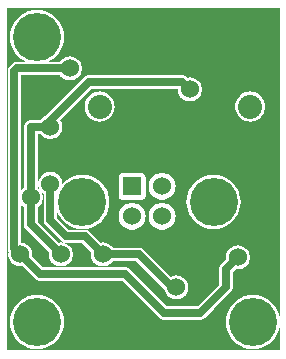
<source format=gbr>
G04 start of page 3 for group 1 idx 1 *
G04 Title: (unknown), power *
G04 Creator: pcb 1.99z *
G04 CreationDate: Tue 15 Oct 2013 04:12:06 PM GMT UTC *
G04 For: commonadmin *
G04 Format: Gerber/RS-274X *
G04 PCB-Dimensions: 600000 500000 *
G04 PCB-Coordinate-Origin: lower left *
%MOIN*%
%FSLAX25Y25*%
%LNBOTTOM*%
%ADD33C,0.0590*%
%ADD32C,0.0380*%
%ADD31C,0.1190*%
%ADD30C,0.0350*%
%ADD29C,0.1600*%
%ADD28C,0.0800*%
%ADD27C,0.0600*%
%ADD26C,0.0250*%
%ADD25C,0.0001*%
G54D25*G36*
X83092Y2544D02*X84000Y2472D01*
X85412Y2583D01*
X86790Y2914D01*
X88099Y3456D01*
X89306Y4196D01*
X90384Y5116D01*
X91304Y6194D01*
X92044Y7401D01*
X92586Y8710D01*
X92917Y10088D01*
X93000Y11500D01*
Y2000D01*
X83092D01*
Y2544D01*
G37*
G36*
X93000Y116000D02*Y11500D01*
X92917Y12912D01*
X92586Y14290D01*
X92044Y15599D01*
X91304Y16806D01*
X90384Y17884D01*
X89306Y18804D01*
X88099Y19544D01*
X86790Y20086D01*
X85412Y20417D01*
X84000Y20528D01*
X83092Y20456D01*
Y78285D01*
X83100Y78285D01*
X83885Y78346D01*
X84650Y78530D01*
X85377Y78831D01*
X86048Y79242D01*
X86646Y79754D01*
X87158Y80352D01*
X87569Y81023D01*
X87870Y81750D01*
X88054Y82515D01*
X88100Y83300D01*
X88054Y84085D01*
X87870Y84850D01*
X87569Y85577D01*
X87158Y86248D01*
X86646Y86846D01*
X86048Y87358D01*
X85377Y87769D01*
X84650Y88070D01*
X83885Y88254D01*
X83100Y88315D01*
X83092Y88315D01*
Y116000D01*
X93000D01*
G37*
G36*
X83092Y20456D02*X82588Y20417D01*
X81210Y20086D01*
X79901Y19544D01*
X78694Y18804D01*
X77616Y17884D01*
X76696Y16806D01*
X75956Y15599D01*
X75414Y14290D01*
X75083Y12912D01*
X74972Y11500D01*
X75083Y10088D01*
X75414Y8710D01*
X75956Y7401D01*
X76696Y6194D01*
X77616Y5116D01*
X78694Y4196D01*
X79901Y3456D01*
X81210Y2914D01*
X82588Y2583D01*
X83092Y2544D01*
Y2000D01*
X70884D01*
Y15702D01*
X76529Y21347D01*
X76596Y21404D01*
X76826Y21673D01*
X76826Y21673D01*
X77011Y21975D01*
X77146Y22303D01*
X77229Y22647D01*
X77257Y23000D01*
X77250Y23088D01*
Y28068D01*
X78249Y29067D01*
X78372Y29037D01*
X79000Y28988D01*
X79628Y29037D01*
X80240Y29184D01*
X80822Y29425D01*
X81358Y29754D01*
X81837Y30163D01*
X82246Y30642D01*
X82575Y31178D01*
X82816Y31760D01*
X82963Y32372D01*
X83000Y33000D01*
X82963Y33628D01*
X82816Y34240D01*
X82575Y34822D01*
X82246Y35358D01*
X81837Y35837D01*
X81358Y36246D01*
X80822Y36575D01*
X80240Y36816D01*
X79628Y36963D01*
X79000Y37012D01*
X78372Y36963D01*
X77760Y36816D01*
X77178Y36575D01*
X76642Y36246D01*
X76163Y35837D01*
X75754Y35358D01*
X75425Y34822D01*
X75184Y34240D01*
X75037Y33628D01*
X74988Y33000D01*
X75037Y32372D01*
X75067Y32249D01*
X73471Y30653D01*
X73404Y30596D01*
X73174Y30327D01*
X72989Y30025D01*
X72854Y29697D01*
X72771Y29353D01*
X72771Y29353D01*
X72743Y29000D01*
X72750Y28912D01*
Y23932D01*
X70884Y22066D01*
Y42528D01*
X70898Y42527D01*
X72310Y42639D01*
X73687Y42969D01*
X74996Y43511D01*
X76204Y44252D01*
X77281Y45172D01*
X78201Y46249D01*
X78941Y47457D01*
X79484Y48765D01*
X79814Y50143D01*
X79898Y51555D01*
X79814Y52967D01*
X79484Y54345D01*
X78941Y55654D01*
X78201Y56862D01*
X77281Y57939D01*
X76204Y58859D01*
X74996Y59599D01*
X73687Y60141D01*
X72310Y60472D01*
X70898Y60583D01*
X70884Y60582D01*
Y116000D01*
X83092D01*
Y88315D01*
X82315Y88254D01*
X81550Y88070D01*
X80823Y87769D01*
X80152Y87358D01*
X79554Y86846D01*
X79042Y86248D01*
X78631Y85577D01*
X78330Y84850D01*
X78146Y84085D01*
X78085Y83300D01*
X78146Y82515D01*
X78330Y81750D01*
X78631Y81023D01*
X79042Y80352D01*
X79554Y79754D01*
X80152Y79242D01*
X80823Y78831D01*
X81550Y78530D01*
X82315Y78346D01*
X83092Y78285D01*
Y20456D01*
G37*
G36*
X70884Y22066D02*X65568Y16750D01*
X55432D01*
X53725Y18457D01*
Y23093D01*
X54566Y22252D01*
X54684Y21760D01*
X54925Y21178D01*
X55254Y20642D01*
X55663Y20163D01*
X56142Y19754D01*
X56678Y19425D01*
X57260Y19184D01*
X57872Y19037D01*
X58500Y18988D01*
X59128Y19037D01*
X59740Y19184D01*
X60322Y19425D01*
X60858Y19754D01*
X61337Y20163D01*
X61746Y20642D01*
X62075Y21178D01*
X62316Y21760D01*
X62463Y22372D01*
X62500Y23000D01*
X62463Y23628D01*
X62316Y24240D01*
X62075Y24822D01*
X61746Y25358D01*
X61337Y25837D01*
X60858Y26246D01*
X60322Y26575D01*
X59740Y26816D01*
X59128Y26963D01*
X58500Y27012D01*
X57872Y26963D01*
X57260Y26816D01*
X56678Y26575D01*
X56634Y26548D01*
X53725Y29457D01*
Y42160D01*
X53732Y42159D01*
X54438Y42215D01*
X55127Y42380D01*
X55782Y42651D01*
X56385Y43021D01*
X56924Y43481D01*
X57384Y44020D01*
X57754Y44624D01*
X58025Y45278D01*
X58191Y45967D01*
X58232Y46673D01*
X58191Y47379D01*
X58025Y48068D01*
X57754Y48722D01*
X57384Y49326D01*
X56924Y49865D01*
X56385Y50325D01*
X55782Y50695D01*
X55127Y50966D01*
X54438Y51132D01*
X53732Y51187D01*
X53725Y51187D01*
Y52160D01*
X53732Y52159D01*
X54438Y52215D01*
X55127Y52380D01*
X55782Y52651D01*
X56385Y53021D01*
X56924Y53481D01*
X57384Y54020D01*
X57754Y54624D01*
X58025Y55278D01*
X58191Y55967D01*
X58232Y56673D01*
X58191Y57379D01*
X58025Y58068D01*
X57754Y58722D01*
X57384Y59326D01*
X56924Y59865D01*
X56385Y60325D01*
X55782Y60695D01*
X55127Y60966D01*
X54438Y61132D01*
X53732Y61187D01*
X53725Y61187D01*
Y89250D01*
X59007D01*
X58988Y89000D01*
X59037Y88372D01*
X59184Y87760D01*
X59425Y87178D01*
X59754Y86642D01*
X60163Y86163D01*
X60642Y85754D01*
X61178Y85425D01*
X61760Y85184D01*
X62372Y85037D01*
X63000Y84988D01*
X63628Y85037D01*
X64240Y85184D01*
X64822Y85425D01*
X65358Y85754D01*
X65837Y86163D01*
X66246Y86642D01*
X66575Y87178D01*
X66816Y87760D01*
X66963Y88372D01*
X67000Y89000D01*
X66963Y89628D01*
X66816Y90240D01*
X66575Y90822D01*
X66246Y91358D01*
X65837Y91837D01*
X65358Y92246D01*
X64822Y92575D01*
X64240Y92816D01*
X63628Y92963D01*
X63000Y93012D01*
X62372Y92963D01*
X62249Y92933D01*
X62153Y93029D01*
X62096Y93096D01*
X61827Y93326D01*
X61525Y93511D01*
X61197Y93646D01*
X60853Y93729D01*
X60853Y93729D01*
X60500Y93757D01*
X60412Y93750D01*
X53725D01*
Y116000D01*
X70884D01*
Y60582D01*
X69485Y60472D01*
X68108Y60141D01*
X66799Y59599D01*
X65591Y58859D01*
X64514Y57939D01*
X63594Y56862D01*
X62854Y55654D01*
X62312Y54345D01*
X61981Y52967D01*
X61870Y51555D01*
X61981Y50143D01*
X62312Y48765D01*
X62854Y47457D01*
X63594Y46249D01*
X64514Y45172D01*
X65591Y44252D01*
X66799Y43511D01*
X68108Y42969D01*
X69485Y42639D01*
X70884Y42528D01*
Y22066D01*
G37*
G36*
X53725Y93750D02*X42622D01*
Y116000D01*
X53725D01*
Y93750D01*
G37*
G36*
Y29457D02*X47653Y35529D01*
X47596Y35596D01*
X47327Y35826D01*
X47025Y36011D01*
X46697Y36146D01*
X46353Y36229D01*
X46353Y36229D01*
X46000Y36257D01*
X45912Y36250D01*
X42622D01*
Y42312D01*
X43026Y42215D01*
X43732Y42159D01*
X44438Y42215D01*
X45127Y42380D01*
X45782Y42651D01*
X46385Y43021D01*
X46924Y43481D01*
X47384Y44020D01*
X47754Y44624D01*
X48025Y45278D01*
X48191Y45967D01*
X48232Y46673D01*
X48191Y47379D01*
X48025Y48068D01*
X47754Y48722D01*
X47384Y49326D01*
X46924Y49865D01*
X46385Y50325D01*
X45782Y50695D01*
X45127Y50966D01*
X44438Y51132D01*
X43732Y51187D01*
X43026Y51132D01*
X42622Y51034D01*
Y52177D01*
X46968Y52187D01*
X47197Y52242D01*
X47415Y52333D01*
X47617Y52456D01*
X47796Y52609D01*
X47950Y52789D01*
X48073Y52990D01*
X48163Y53208D01*
X48218Y53438D01*
X48232Y53673D01*
X48218Y59909D01*
X48163Y60138D01*
X48073Y60356D01*
X47950Y60558D01*
X47796Y60737D01*
X47617Y60890D01*
X47415Y61014D01*
X47197Y61104D01*
X46968Y61159D01*
X46732Y61173D01*
X42622Y61164D01*
Y89250D01*
X53725D01*
Y61187D01*
X53026Y61132D01*
X52337Y60966D01*
X51683Y60695D01*
X51079Y60325D01*
X50540Y59865D01*
X50080Y59326D01*
X49710Y58722D01*
X49439Y58068D01*
X49274Y57379D01*
X49218Y56673D01*
X49274Y55967D01*
X49439Y55278D01*
X49710Y54624D01*
X50080Y54020D01*
X50540Y53481D01*
X51079Y53021D01*
X51683Y52651D01*
X52337Y52380D01*
X53026Y52215D01*
X53725Y52160D01*
Y51187D01*
X53026Y51132D01*
X52337Y50966D01*
X51683Y50695D01*
X51079Y50325D01*
X50540Y49865D01*
X50080Y49326D01*
X49710Y48722D01*
X49439Y48068D01*
X49274Y47379D01*
X49218Y46673D01*
X49274Y45967D01*
X49439Y45278D01*
X49710Y44624D01*
X50080Y44020D01*
X50540Y43481D01*
X51079Y43021D01*
X51683Y42651D01*
X52337Y42380D01*
X53026Y42215D01*
X53725Y42160D01*
Y29457D01*
G37*
G36*
Y18457D02*X43153Y29029D01*
X43096Y29096D01*
X42827Y29326D01*
X42827Y29326D01*
X42712Y29396D01*
X42622Y29452D01*
Y31750D01*
X45068D01*
X53725Y23093D01*
Y18457D01*
G37*
G36*
X70884Y2000D02*X42622D01*
Y23196D01*
X52847Y12971D01*
X52904Y12904D01*
X53173Y12674D01*
X53173Y12674D01*
X53361Y12559D01*
X53475Y12489D01*
X53803Y12354D01*
X54147Y12271D01*
X54147D01*
X54500Y12243D01*
X54588Y12250D01*
X66412D01*
X66500Y12243D01*
X66853Y12271D01*
X66853Y12271D01*
X67197Y12354D01*
X67525Y12489D01*
X67827Y12674D01*
X68096Y12904D01*
X68153Y12971D01*
X70884Y15702D01*
Y2000D01*
G37*
G36*
X42622Y36250D02*X37312D01*
X37246Y36358D01*
X36837Y36837D01*
X36358Y37246D01*
X35822Y37575D01*
X35240Y37816D01*
X34628Y37963D01*
X34000Y38012D01*
X33372Y37963D01*
X33249Y37933D01*
X32892Y38290D01*
Y44584D01*
X33580Y45172D01*
X34500Y46249D01*
X35241Y47457D01*
X35783Y48765D01*
X36113Y50143D01*
X36197Y51555D01*
X36113Y52967D01*
X35783Y54345D01*
X35241Y55654D01*
X34500Y56862D01*
X33580Y57939D01*
X32892Y58526D01*
Y78285D01*
X32900Y78285D01*
X33685Y78346D01*
X34450Y78530D01*
X35177Y78831D01*
X35848Y79242D01*
X36446Y79754D01*
X36958Y80352D01*
X37369Y81023D01*
X37670Y81750D01*
X37854Y82515D01*
X37900Y83300D01*
X37854Y84085D01*
X37670Y84850D01*
X37369Y85577D01*
X36958Y86248D01*
X36446Y86846D01*
X35848Y87358D01*
X35177Y87769D01*
X34450Y88070D01*
X33685Y88254D01*
X32900Y88315D01*
X32892Y88315D01*
Y89250D01*
X42622D01*
Y61164D01*
X40497Y61159D01*
X40267Y61104D01*
X40049Y61014D01*
X39848Y60890D01*
X39668Y60737D01*
X39515Y60558D01*
X39392Y60356D01*
X39301Y60138D01*
X39246Y59909D01*
X39232Y59673D01*
X39246Y53438D01*
X39301Y53208D01*
X39392Y52990D01*
X39515Y52789D01*
X39668Y52609D01*
X39848Y52456D01*
X40049Y52333D01*
X40267Y52242D01*
X40497Y52187D01*
X40732Y52173D01*
X42622Y52177D01*
Y51034D01*
X42337Y50966D01*
X41683Y50695D01*
X41079Y50325D01*
X40540Y49865D01*
X40080Y49326D01*
X39710Y48722D01*
X39439Y48068D01*
X39274Y47379D01*
X39218Y46673D01*
X39274Y45967D01*
X39439Y45278D01*
X39710Y44624D01*
X40080Y44020D01*
X40540Y43481D01*
X41079Y43021D01*
X41683Y42651D01*
X42337Y42380D01*
X42622Y42312D01*
Y36250D01*
G37*
G36*
X32892Y58526D02*X32503Y58859D01*
X31295Y59599D01*
X29987Y60141D01*
X28609Y60472D01*
X27197Y60583D01*
X25785Y60472D01*
X24407Y60141D01*
X23098Y59599D01*
X21890Y58859D01*
X20813Y57939D01*
X20496Y57567D01*
X20463Y58128D01*
X20316Y58740D01*
X20075Y59322D01*
X19746Y59858D01*
X19337Y60337D01*
X18858Y60746D01*
X18322Y61075D01*
X17740Y61316D01*
X17128Y61463D01*
X16500Y61512D01*
X15872Y61463D01*
X15260Y61316D01*
X14678Y61075D01*
X14142Y60746D01*
X13663Y60337D01*
X13254Y59858D01*
X12925Y59322D01*
X12684Y58740D01*
X12537Y58128D01*
X12488Y57500D01*
X12537Y56872D01*
X12684Y56260D01*
X12880Y55787D01*
X12837Y55837D01*
X12358Y56246D01*
X12250Y56312D01*
Y74250D01*
X13188D01*
X13254Y74142D01*
X13663Y73663D01*
X14142Y73254D01*
X14678Y72925D01*
X15260Y72684D01*
X15872Y72537D01*
X16500Y72488D01*
X17128Y72537D01*
X17740Y72684D01*
X18322Y72925D01*
X18858Y73254D01*
X19337Y73663D01*
X19746Y74142D01*
X20075Y74678D01*
X20316Y75260D01*
X20463Y75872D01*
X20500Y76500D01*
X20463Y77128D01*
X20316Y77740D01*
X20075Y78322D01*
X19858Y78676D01*
X30432Y89250D01*
X32892D01*
Y88315D01*
X32115Y88254D01*
X31350Y88070D01*
X30623Y87769D01*
X29952Y87358D01*
X29354Y86846D01*
X28842Y86248D01*
X28431Y85577D01*
X28130Y84850D01*
X27946Y84085D01*
X27885Y83300D01*
X27946Y82515D01*
X28130Y81750D01*
X28431Y81023D01*
X28842Y80352D01*
X29354Y79754D01*
X29952Y79242D01*
X30623Y78831D01*
X31350Y78530D01*
X32115Y78346D01*
X32892Y78285D01*
Y58526D01*
G37*
G36*
Y38290D02*X29653Y41529D01*
X29596Y41596D01*
X29327Y41826D01*
X29025Y42011D01*
X28697Y42146D01*
X28353Y42229D01*
X28353Y42229D01*
X28000Y42257D01*
X27912Y42250D01*
X23000D01*
X22933Y42246D01*
X22866Y42250D01*
X22755D01*
X18750Y46255D01*
Y48430D01*
X19153Y47457D01*
X19893Y46249D01*
X20813Y45172D01*
X21890Y44252D01*
X23098Y43511D01*
X24407Y42969D01*
X25785Y42639D01*
X27197Y42527D01*
X28609Y42639D01*
X29987Y42969D01*
X31295Y43511D01*
X32503Y44252D01*
X32892Y44584D01*
Y38290D01*
G37*
G36*
X42622Y29452D02*X42525Y29511D01*
X42293Y29607D01*
X42197Y29646D01*
X41853Y29729D01*
X41500Y29757D01*
X41412Y29750D01*
X13932D01*
X10433Y33249D01*
X10463Y33372D01*
X10500Y34000D01*
X10463Y34628D01*
X10316Y35240D01*
X10075Y35822D01*
X9746Y36358D01*
X9337Y36837D01*
X8858Y37246D01*
X8322Y37575D01*
X7740Y37816D01*
X7128Y37963D01*
X6750Y37993D01*
Y50648D01*
X6754Y50642D01*
X7163Y50163D01*
X7642Y49754D01*
X7750Y49688D01*
Y44088D01*
X7743Y44000D01*
X7771Y43647D01*
Y43647D01*
X7854Y43303D01*
X7989Y42975D01*
X8059Y42861D01*
X8174Y42673D01*
X8174Y42673D01*
X8404Y42404D01*
X8471Y42347D01*
X16067Y34751D01*
X16037Y34628D01*
X15988Y34000D01*
X16037Y33372D01*
X16184Y32760D01*
X16425Y32178D01*
X16754Y31642D01*
X17163Y31163D01*
X17642Y30754D01*
X18178Y30425D01*
X18760Y30184D01*
X19372Y30037D01*
X20000Y29988D01*
X20628Y30037D01*
X21240Y30184D01*
X21822Y30425D01*
X22358Y30754D01*
X22837Y31163D01*
X23246Y31642D01*
X23575Y32178D01*
X23816Y32760D01*
X23963Y33372D01*
X24000Y34000D01*
X23963Y34628D01*
X23816Y35240D01*
X23575Y35822D01*
X23246Y36358D01*
X22837Y36837D01*
X22358Y37246D01*
X21822Y37575D01*
X21240Y37816D01*
X20628Y37963D01*
X20000Y38012D01*
X19372Y37963D01*
X19249Y37933D01*
X12250Y44932D01*
Y49688D01*
X12358Y49754D01*
X12837Y50163D01*
X13246Y50642D01*
X13575Y51178D01*
X13816Y51760D01*
X13963Y52372D01*
X14000Y53000D01*
X13963Y53628D01*
X13816Y54240D01*
X13620Y54713D01*
X13663Y54663D01*
X14142Y54254D01*
X14250Y54188D01*
Y53500D01*
X14251Y53478D01*
X14250Y53457D01*
Y45411D01*
X14243Y45323D01*
X14271Y44970D01*
X14354Y44625D01*
X14489Y44298D01*
X14674Y43996D01*
X14674Y43996D01*
X14904Y43727D01*
X14971Y43670D01*
X20170Y38471D01*
X20227Y38404D01*
X20496Y38174D01*
X20496Y38174D01*
X20798Y37989D01*
X21125Y37854D01*
X21470Y37771D01*
X21823Y37743D01*
X21911Y37750D01*
X22866D01*
X22933Y37754D01*
X23000Y37750D01*
X27068D01*
X30067Y34751D01*
X30037Y34628D01*
X29988Y34000D01*
X30037Y33372D01*
X30184Y32760D01*
X30425Y32178D01*
X30754Y31642D01*
X31163Y31163D01*
X31642Y30754D01*
X32178Y30425D01*
X32760Y30184D01*
X33372Y30037D01*
X34000Y29988D01*
X34628Y30037D01*
X35240Y30184D01*
X35822Y30425D01*
X36358Y30754D01*
X36837Y31163D01*
X37246Y31642D01*
X37312Y31750D01*
X42622D01*
Y29452D01*
G37*
G36*
X11986Y116000D02*X42622D01*
Y93750D01*
X29588D01*
X29500Y93757D01*
X29147Y93729D01*
X28803Y93646D01*
X28475Y93511D01*
X28173Y93326D01*
X28173Y93326D01*
X27904Y93096D01*
X27847Y93029D01*
X15045Y80227D01*
X14678Y80075D01*
X14142Y79746D01*
X13663Y79337D01*
X13254Y78858D01*
X13188Y78750D01*
X11986D01*
Y93750D01*
X19688D01*
X19754Y93642D01*
X20163Y93163D01*
X20642Y92754D01*
X21178Y92425D01*
X21760Y92184D01*
X22372Y92037D01*
X23000Y91988D01*
X23628Y92037D01*
X24240Y92184D01*
X24822Y92425D01*
X25358Y92754D01*
X25837Y93163D01*
X26246Y93642D01*
X26575Y94178D01*
X26816Y94760D01*
X26963Y95372D01*
X27000Y96000D01*
X26963Y96628D01*
X26816Y97240D01*
X26575Y97822D01*
X26246Y98358D01*
X25837Y98837D01*
X25358Y99246D01*
X24822Y99575D01*
X24240Y99816D01*
X23628Y99963D01*
X23000Y100012D01*
X22372Y99963D01*
X21760Y99816D01*
X21178Y99575D01*
X20642Y99246D01*
X20163Y98837D01*
X19754Y98358D01*
X19688Y98250D01*
X15601D01*
X16099Y98456D01*
X17306Y99196D01*
X18384Y100116D01*
X19304Y101194D01*
X20044Y102401D01*
X20586Y103710D01*
X20917Y105088D01*
X21000Y106500D01*
X20917Y107912D01*
X20586Y109290D01*
X20044Y110599D01*
X19304Y111806D01*
X18384Y112884D01*
X17306Y113804D01*
X16099Y114544D01*
X14790Y115086D01*
X13412Y115417D01*
X12000Y115528D01*
X11986Y115527D01*
Y116000D01*
G37*
G36*
X42622Y2000D02*X11986D01*
Y2473D01*
X12000Y2472D01*
X13412Y2583D01*
X14790Y2914D01*
X16099Y3456D01*
X17306Y4196D01*
X18384Y5116D01*
X19304Y6194D01*
X20044Y7401D01*
X20586Y8710D01*
X20917Y10088D01*
X21000Y11500D01*
X20917Y12912D01*
X20586Y14290D01*
X20044Y15599D01*
X19304Y16806D01*
X18384Y17884D01*
X17306Y18804D01*
X16099Y19544D01*
X14790Y20086D01*
X13412Y20417D01*
X12000Y20528D01*
X11986Y20527D01*
Y25485D01*
X12303Y25354D01*
X12647Y25271D01*
X13000Y25243D01*
X13088Y25250D01*
X40568D01*
X42622Y23196D01*
Y2000D01*
G37*
G36*
X11986Y78750D02*X10088D01*
X10000Y78757D01*
X9647Y78729D01*
X9303Y78646D01*
X8975Y78511D01*
X8673Y78326D01*
X8404Y78096D01*
X8174Y77827D01*
X7989Y77525D01*
X7854Y77197D01*
X7771Y76853D01*
X7771Y76853D01*
X7743Y76500D01*
X7750Y76412D01*
Y56312D01*
X7642Y56246D01*
X7163Y55837D01*
X6754Y55358D01*
X6750Y55352D01*
Y93750D01*
X11986D01*
Y78750D01*
G37*
G36*
Y2000D02*X2000D01*
Y116000D01*
X11986D01*
Y115527D01*
X10588Y115417D01*
X9210Y115086D01*
X7901Y114544D01*
X6694Y113804D01*
X5616Y112884D01*
X4696Y111806D01*
X3956Y110599D01*
X3414Y109290D01*
X3083Y107912D01*
X2972Y106500D01*
X3083Y105088D01*
X3414Y103710D01*
X3956Y102401D01*
X4696Y101194D01*
X5616Y100116D01*
X6694Y99196D01*
X7901Y98456D01*
X8399Y98250D01*
X5588D01*
X5500Y98257D01*
X5147Y98229D01*
X4803Y98146D01*
X4475Y98011D01*
X4173Y97826D01*
X4173Y97826D01*
X3904Y97596D01*
X3847Y97529D01*
X2971Y96653D01*
X2904Y96596D01*
X2674Y96327D01*
X2489Y96025D01*
X2354Y95697D01*
X2271Y95353D01*
X2271Y95353D01*
X2243Y95000D01*
X2250Y94912D01*
Y36088D01*
X2243Y36000D01*
X2271Y35647D01*
X2354Y35303D01*
X2489Y34975D01*
X2584Y34821D01*
X2537Y34628D01*
X2488Y34000D01*
X2537Y33372D01*
X2684Y32760D01*
X2925Y32178D01*
X3254Y31642D01*
X3663Y31163D01*
X4142Y30754D01*
X4678Y30425D01*
X5260Y30184D01*
X5872Y30037D01*
X6500Y29988D01*
X7128Y30037D01*
X7251Y30067D01*
X11347Y25971D01*
X11404Y25904D01*
X11673Y25674D01*
X11673Y25674D01*
X11975Y25489D01*
X11986Y25485D01*
Y20527D01*
X10588Y20417D01*
X9210Y20086D01*
X7901Y19544D01*
X6694Y18804D01*
X5616Y17884D01*
X4696Y16806D01*
X3956Y15599D01*
X3414Y14290D01*
X3083Y12912D01*
X2972Y11500D01*
X3083Y10088D01*
X3414Y8710D01*
X3956Y7401D01*
X4696Y6194D01*
X5616Y5116D01*
X6694Y4196D01*
X7901Y3456D01*
X9210Y2914D01*
X10588Y2583D01*
X11986Y2473D01*
Y2000D01*
G37*
G54D26*X10000Y76500D02*Y44000D01*
X16500Y53457D02*Y45323D01*
Y57500D02*Y53500D01*
Y76500D02*X10000D01*
X13000Y27500D02*X41500D01*
X7000Y33500D02*X13000Y27500D01*
X34000Y34000D02*X46000D01*
X10000Y44000D02*X20000Y34000D01*
X16500Y45323D02*X16764Y45059D01*
X21823Y40000D02*X16567Y45256D01*
X22866Y40000D02*X21823D01*
X20000Y34000D02*X21500D01*
X28000Y40000D02*X23000D01*
X4500Y36000D02*X6500Y34000D01*
X28000Y40000D02*X34000Y34000D01*
X4500Y36000D02*Y95000D01*
X43000Y81500D02*X73000D01*
X60500Y91500D02*X63000Y89000D01*
X29500Y91500D02*X60500D01*
X16500Y78500D02*X29500Y91500D01*
X16500Y76500D02*Y78500D01*
X23000Y96000D02*X5500D01*
X4500Y95000D01*
X75000Y23000D02*X66500Y14500D01*
X75000Y29000D02*X79000Y33000D01*
X75000Y23000D02*Y29000D01*
X54500Y14500D02*X66500D01*
X41500Y27500D02*X54500Y14500D01*
X46000Y34000D02*X57000Y23000D01*
G54D25*G36*
X40732Y59673D02*Y53673D01*
X46732D01*
Y59673D01*
X40732D01*
G37*
G54D27*X43732Y46673D03*
X53732D03*
Y56673D03*
G54D28*X83100Y83300D03*
X32900D03*
G54D27*X73000Y81500D03*
X58000D03*
X43000D03*
X63000Y89000D03*
X79000Y33000D03*
G54D29*X70898Y51555D03*
X84000Y11500D03*
G54D27*X65000Y7000D03*
X58500Y23000D03*
X34000Y34000D03*
X20000D03*
G54D29*X27197Y51555D03*
G54D27*X23000Y96000D03*
X16500Y76500D03*
X10000Y53000D03*
X16500Y57500D03*
X6500Y34000D03*
G54D29*X12000Y11500D03*
Y106500D03*
G54D30*G54D31*G54D30*G54D31*G54D30*G54D31*G54D32*G54D33*M02*

</source>
